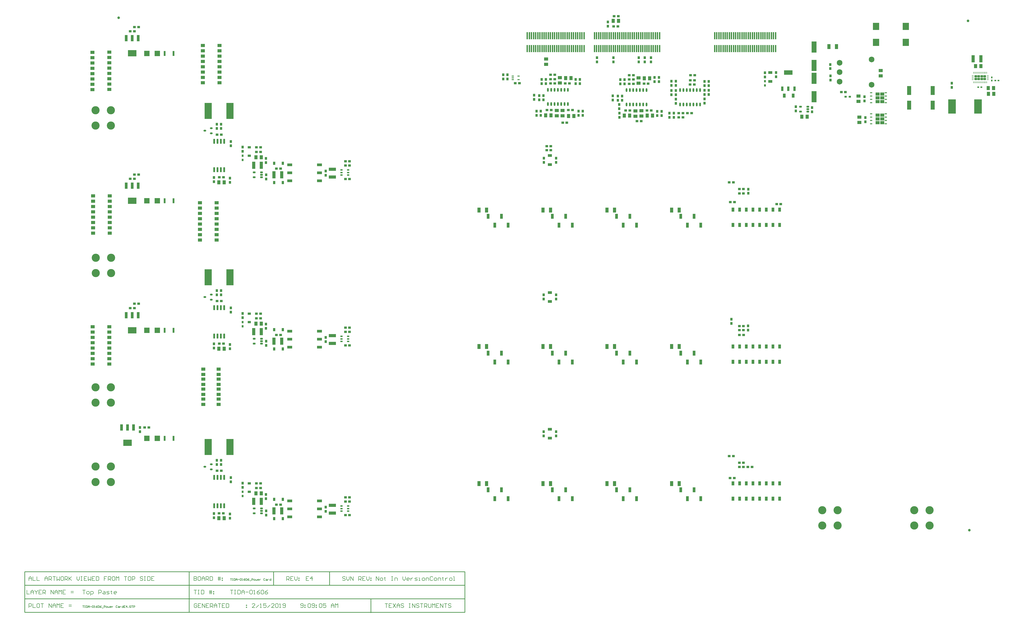
<source format=gtp>
G04*
G04 #@! TF.GenerationSoftware,Altium Limited,Altium Designer,18.1.9 (240)*
G04*
G04 Layer_Color=9021481*
%FSAX25Y25*%
%MOIN*%
G70*
G01*
G75*
%ADD20C,0.01000*%
%ADD24C,0.00600*%
%ADD27C,0.00800*%
%ADD39C,0.12205*%
G04:AMPARAMS|DCode=40|XSize=31.5mil|YSize=37.01mil|CornerRadius=1.89mil|HoleSize=0mil|Usage=FLASHONLY|Rotation=90.000|XOffset=0mil|YOffset=0mil|HoleType=Round|Shape=RoundedRectangle|*
%AMROUNDEDRECTD40*
21,1,0.03150,0.03323,0,0,90.0*
21,1,0.02772,0.03701,0,0,90.0*
1,1,0.00378,0.01661,0.01386*
1,1,0.00378,0.01661,-0.01386*
1,1,0.00378,-0.01661,-0.01386*
1,1,0.00378,-0.01661,0.01386*
%
%ADD40ROUNDEDRECTD40*%
G04:AMPARAMS|DCode=41|XSize=62.21mil|YSize=49.21mil|CornerRadius=1.97mil|HoleSize=0mil|Usage=FLASHONLY|Rotation=180.000|XOffset=0mil|YOffset=0mil|HoleType=Round|Shape=RoundedRectangle|*
%AMROUNDEDRECTD41*
21,1,0.06221,0.04528,0,0,180.0*
21,1,0.05827,0.04921,0,0,180.0*
1,1,0.00394,-0.02913,0.02264*
1,1,0.00394,0.02913,0.02264*
1,1,0.00394,0.02913,-0.02264*
1,1,0.00394,-0.02913,-0.02264*
%
%ADD41ROUNDEDRECTD41*%
%ADD42R,0.07480X0.04488*%
G04:AMPARAMS|DCode=43|XSize=31.5mil|YSize=29.53mil|CornerRadius=1.92mil|HoleSize=0mil|Usage=FLASHONLY|Rotation=90.000|XOffset=0mil|YOffset=0mil|HoleType=Round|Shape=RoundedRectangle|*
%AMROUNDEDRECTD43*
21,1,0.03150,0.02569,0,0,90.0*
21,1,0.02766,0.02953,0,0,90.0*
1,1,0.00384,0.01284,0.01383*
1,1,0.00384,0.01284,-0.01383*
1,1,0.00384,-0.01284,-0.01383*
1,1,0.00384,-0.01284,0.01383*
%
%ADD43ROUNDEDRECTD43*%
%ADD44R,0.11417X0.21260*%
%ADD45R,0.06299X0.13780*%
G04:AMPARAMS|DCode=46|XSize=165.35mil|YSize=74.8mil|CornerRadius=1.87mil|HoleSize=0mil|Usage=FLASHONLY|Rotation=90.000|XOffset=0mil|YOffset=0mil|HoleType=Round|Shape=RoundedRectangle|*
%AMROUNDEDRECTD46*
21,1,0.16535,0.07106,0,0,90.0*
21,1,0.16161,0.07480,0,0,90.0*
1,1,0.00374,0.03553,0.08081*
1,1,0.00374,0.03553,-0.08081*
1,1,0.00374,-0.03553,-0.08081*
1,1,0.00374,-0.03553,0.08081*
%
%ADD46ROUNDEDRECTD46*%
G04:AMPARAMS|DCode=47|XSize=39.37mil|YSize=61.42mil|CornerRadius=1.97mil|HoleSize=0mil|Usage=FLASHONLY|Rotation=0.000|XOffset=0mil|YOffset=0mil|HoleType=Round|Shape=RoundedRectangle|*
%AMROUNDEDRECTD47*
21,1,0.03937,0.05748,0,0,0.0*
21,1,0.03543,0.06142,0,0,0.0*
1,1,0.00394,0.01772,-0.02874*
1,1,0.00394,-0.01772,-0.02874*
1,1,0.00394,-0.01772,0.02874*
1,1,0.00394,0.01772,0.02874*
%
%ADD47ROUNDEDRECTD47*%
G04:AMPARAMS|DCode=48|XSize=39.37mil|YSize=74.8mil|CornerRadius=1.97mil|HoleSize=0mil|Usage=FLASHONLY|Rotation=180.000|XOffset=0mil|YOffset=0mil|HoleType=Round|Shape=RoundedRectangle|*
%AMROUNDEDRECTD48*
21,1,0.03937,0.07087,0,0,180.0*
21,1,0.03543,0.07480,0,0,180.0*
1,1,0.00394,-0.01772,0.03543*
1,1,0.00394,0.01772,0.03543*
1,1,0.00394,0.01772,-0.03543*
1,1,0.00394,-0.01772,-0.03543*
%
%ADD48ROUNDEDRECTD48*%
G04:AMPARAMS|DCode=49|XSize=23.62mil|YSize=39.37mil|CornerRadius=5.91mil|HoleSize=0mil|Usage=FLASHONLY|Rotation=270.000|XOffset=0mil|YOffset=0mil|HoleType=Round|Shape=RoundedRectangle|*
%AMROUNDEDRECTD49*
21,1,0.02362,0.02756,0,0,270.0*
21,1,0.01181,0.03937,0,0,270.0*
1,1,0.01181,-0.01378,-0.00591*
1,1,0.01181,-0.01378,0.00591*
1,1,0.01181,0.01378,0.00591*
1,1,0.01181,0.01378,-0.00591*
%
%ADD49ROUNDEDRECTD49*%
G04:AMPARAMS|DCode=50|XSize=39.37mil|YSize=94.49mil|CornerRadius=1.97mil|HoleSize=0mil|Usage=FLASHONLY|Rotation=0.000|XOffset=0mil|YOffset=0mil|HoleType=Round|Shape=RoundedRectangle|*
%AMROUNDEDRECTD50*
21,1,0.03937,0.09055,0,0,0.0*
21,1,0.03543,0.09449,0,0,0.0*
1,1,0.00394,0.01772,-0.04528*
1,1,0.00394,-0.01772,-0.04528*
1,1,0.00394,-0.01772,0.04528*
1,1,0.00394,0.01772,0.04528*
%
%ADD50ROUNDEDRECTD50*%
G04:AMPARAMS|DCode=51|XSize=129.92mil|YSize=94.49mil|CornerRadius=1.89mil|HoleSize=0mil|Usage=FLASHONLY|Rotation=0.000|XOffset=0mil|YOffset=0mil|HoleType=Round|Shape=RoundedRectangle|*
%AMROUNDEDRECTD51*
21,1,0.12992,0.09071,0,0,0.0*
21,1,0.12614,0.09449,0,0,0.0*
1,1,0.00378,0.06307,-0.04535*
1,1,0.00378,-0.06307,-0.04535*
1,1,0.00378,-0.06307,0.04535*
1,1,0.00378,0.06307,0.04535*
%
%ADD51ROUNDEDRECTD51*%
%ADD52R,0.04803X0.03602*%
%ADD53R,0.07874X0.07874*%
G04:AMPARAMS|DCode=54|XSize=9.84mil|YSize=29.53mil|CornerRadius=1.97mil|HoleSize=0mil|Usage=FLASHONLY|Rotation=180.000|XOffset=0mil|YOffset=0mil|HoleType=Round|Shape=RoundedRectangle|*
%AMROUNDEDRECTD54*
21,1,0.00984,0.02559,0,0,180.0*
21,1,0.00591,0.02953,0,0,180.0*
1,1,0.00394,-0.00295,0.01280*
1,1,0.00394,0.00295,0.01280*
1,1,0.00394,0.00295,-0.01280*
1,1,0.00394,-0.00295,-0.01280*
%
%ADD54ROUNDEDRECTD54*%
G04:AMPARAMS|DCode=55|XSize=9.84mil|YSize=23.62mil|CornerRadius=1.97mil|HoleSize=0mil|Usage=FLASHONLY|Rotation=90.000|XOffset=0mil|YOffset=0mil|HoleType=Round|Shape=RoundedRectangle|*
%AMROUNDEDRECTD55*
21,1,0.00984,0.01968,0,0,90.0*
21,1,0.00591,0.02362,0,0,90.0*
1,1,0.00394,0.00984,0.00295*
1,1,0.00394,0.00984,-0.00295*
1,1,0.00394,-0.00984,-0.00295*
1,1,0.00394,-0.00984,0.00295*
%
%ADD55ROUNDEDRECTD55*%
%ADD56R,0.03000X0.07500*%
%ADD57C,0.03937*%
%ADD58C,0.08504*%
G04:AMPARAMS|DCode=59|XSize=23.62mil|YSize=70.87mil|CornerRadius=2.01mil|HoleSize=0mil|Usage=FLASHONLY|Rotation=0.000|XOffset=0mil|YOffset=0mil|HoleType=Round|Shape=RoundedRectangle|*
%AMROUNDEDRECTD59*
21,1,0.02362,0.06685,0,0,0.0*
21,1,0.01961,0.07087,0,0,0.0*
1,1,0.00402,0.00980,-0.03343*
1,1,0.00402,-0.00980,-0.03343*
1,1,0.00402,-0.00980,0.03343*
1,1,0.00402,0.00980,0.03343*
%
%ADD59ROUNDEDRECTD59*%
G04:AMPARAMS|DCode=60|XSize=31.89mil|YSize=16.14mil|CornerRadius=1.95mil|HoleSize=0mil|Usage=FLASHONLY|Rotation=0.000|XOffset=0mil|YOffset=0mil|HoleType=Round|Shape=RoundedRectangle|*
%AMROUNDEDRECTD60*
21,1,0.03189,0.01225,0,0,0.0*
21,1,0.02800,0.01614,0,0,0.0*
1,1,0.00389,0.01400,-0.00612*
1,1,0.00389,-0.01400,-0.00612*
1,1,0.00389,-0.01400,0.00612*
1,1,0.00389,0.01400,0.00612*
%
%ADD60ROUNDEDRECTD60*%
G04:AMPARAMS|DCode=61|XSize=23.62mil|YSize=39.37mil|CornerRadius=2.01mil|HoleSize=0mil|Usage=FLASHONLY|Rotation=270.000|XOffset=0mil|YOffset=0mil|HoleType=Round|Shape=RoundedRectangle|*
%AMROUNDEDRECTD61*
21,1,0.02362,0.03535,0,0,270.0*
21,1,0.01961,0.03937,0,0,270.0*
1,1,0.00402,-0.01768,-0.00980*
1,1,0.00402,-0.01768,0.00980*
1,1,0.00402,0.01768,0.00980*
1,1,0.00402,0.01768,-0.00980*
%
%ADD61ROUNDEDRECTD61*%
G04:AMPARAMS|DCode=62|XSize=125.98mil|YSize=68.9mil|CornerRadius=2.07mil|HoleSize=0mil|Usage=FLASHONLY|Rotation=180.000|XOffset=0mil|YOffset=0mil|HoleType=Round|Shape=RoundedRectangle|*
%AMROUNDEDRECTD62*
21,1,0.12598,0.06476,0,0,180.0*
21,1,0.12185,0.06890,0,0,180.0*
1,1,0.00413,-0.06093,0.03238*
1,1,0.00413,0.06093,0.03238*
1,1,0.00413,0.06093,-0.03238*
1,1,0.00413,-0.06093,-0.03238*
%
%ADD62ROUNDEDRECTD62*%
G04:AMPARAMS|DCode=63|XSize=35.43mil|YSize=68.9mil|CornerRadius=1.95mil|HoleSize=0mil|Usage=FLASHONLY|Rotation=180.000|XOffset=0mil|YOffset=0mil|HoleType=Round|Shape=RoundedRectangle|*
%AMROUNDEDRECTD63*
21,1,0.03543,0.06500,0,0,180.0*
21,1,0.03154,0.06890,0,0,180.0*
1,1,0.00390,-0.01577,0.03250*
1,1,0.00390,0.01577,0.03250*
1,1,0.00390,0.01577,-0.03250*
1,1,0.00390,-0.01577,-0.03250*
%
%ADD63ROUNDEDRECTD63*%
G04:AMPARAMS|DCode=64|XSize=15.75mil|YSize=33.47mil|CornerRadius=1.97mil|HoleSize=0mil|Usage=FLASHONLY|Rotation=90.000|XOffset=0mil|YOffset=0mil|HoleType=Round|Shape=RoundedRectangle|*
%AMROUNDEDRECTD64*
21,1,0.01575,0.02953,0,0,90.0*
21,1,0.01181,0.03347,0,0,90.0*
1,1,0.00394,0.01476,0.00591*
1,1,0.00394,0.01476,-0.00591*
1,1,0.00394,-0.01476,-0.00591*
1,1,0.00394,-0.01476,0.00591*
%
%ADD64ROUNDEDRECTD64*%
G04:AMPARAMS|DCode=65|XSize=21.65mil|YSize=31.5mil|CornerRadius=1.95mil|HoleSize=0mil|Usage=FLASHONLY|Rotation=90.000|XOffset=0mil|YOffset=0mil|HoleType=Round|Shape=RoundedRectangle|*
%AMROUNDEDRECTD65*
21,1,0.02165,0.02760,0,0,90.0*
21,1,0.01776,0.03150,0,0,90.0*
1,1,0.00390,0.01380,0.00888*
1,1,0.00390,0.01380,-0.00888*
1,1,0.00390,-0.01380,-0.00888*
1,1,0.00390,-0.01380,0.00888*
%
%ADD65ROUNDEDRECTD65*%
%ADD66O,0.02362X0.05709*%
%ADD67R,0.09449X0.11024*%
%ADD68R,0.01968X0.10724*%
%ADD69R,0.10630X0.24410*%
%ADD70R,0.05118X0.10630*%
%ADD71R,0.06299X0.04331*%
%ADD72R,0.05118X0.07284*%
%ADD73R,0.05000X0.06300*%
%ADD74R,0.03740X0.03937*%
%ADD75R,0.03150X0.02362*%
%ADD76R,0.03937X0.03740*%
G04:AMPARAMS|DCode=77|XSize=31.5mil|YSize=29.53mil|CornerRadius=1.92mil|HoleSize=0mil|Usage=FLASHONLY|Rotation=180.000|XOffset=0mil|YOffset=0mil|HoleType=Round|Shape=RoundedRectangle|*
%AMROUNDEDRECTD77*
21,1,0.03150,0.02569,0,0,180.0*
21,1,0.02766,0.02953,0,0,180.0*
1,1,0.00384,-0.01383,0.01284*
1,1,0.00384,0.01383,0.01284*
1,1,0.00384,0.01383,-0.01284*
1,1,0.00384,-0.01383,-0.01284*
%
%ADD77ROUNDEDRECTD77*%
%ADD78R,0.06300X0.05000*%
%ADD79R,0.03602X0.04803*%
%ADD80R,0.10630X0.05118*%
%ADD81R,0.02362X0.03150*%
%ADD82R,0.04331X0.06299*%
G54D20*
X0497200Y0080717D02*
Y0101050D01*
X0413200Y0080717D02*
Y0101050D01*
X0040000Y0080717D02*
X0700200D01*
X0040000Y0060383D02*
X0700000D01*
X0040000Y0040050D02*
X0440500D01*
X0040050Y0101050D02*
X0700200D01*
X0040050Y0040050D02*
Y0101050D01*
Y0040050D02*
X0197600D01*
X0040000D02*
Y0101050D01*
X0286500Y0040050D02*
Y0101050D01*
X0700200Y0040050D02*
Y0101050D01*
X0440500Y0040050D02*
X0700200D01*
X0559400Y0039400D02*
Y0059683D01*
G54D24*
X0126900Y0049966D02*
X0128899D01*
X0127900D01*
Y0046966D01*
X0129899Y0049966D02*
X0130899D01*
X0130399D01*
Y0046966D01*
X0129899D01*
X0130899D01*
X0132398Y0049966D02*
Y0046966D01*
X0133898D01*
X0134398Y0047466D01*
Y0049466D01*
X0133898Y0049966D01*
X0132398D01*
X0135397Y0046966D02*
Y0048966D01*
X0136397Y0049966D01*
X0137397Y0048966D01*
Y0046966D01*
Y0048466D01*
X0135397D01*
X0138396D02*
X0140396D01*
X0141395Y0049466D02*
X0141895Y0049966D01*
X0142895D01*
X0143395Y0049466D01*
Y0047466D01*
X0142895Y0046966D01*
X0141895D01*
X0141395Y0047466D01*
Y0049466D01*
X0144394Y0046966D02*
X0145394D01*
X0144894D01*
Y0049966D01*
X0144394Y0049466D01*
X0148893Y0049966D02*
X0147893Y0049466D01*
X0146894Y0048466D01*
Y0047466D01*
X0147393Y0046966D01*
X0148393D01*
X0148893Y0047466D01*
Y0047966D01*
X0148393Y0048466D01*
X0146894D01*
X0149893Y0049466D02*
X0150392Y0049966D01*
X0151392D01*
X0151892Y0049466D01*
Y0047466D01*
X0151392Y0046966D01*
X0150392D01*
X0149893Y0047466D01*
Y0049466D01*
X0154891Y0049966D02*
X0153891Y0049466D01*
X0152892Y0048466D01*
Y0047466D01*
X0153391Y0046966D01*
X0154391D01*
X0154891Y0047466D01*
Y0047966D01*
X0154391Y0048466D01*
X0152892D01*
X0155891Y0046467D02*
X0157890D01*
X0158890Y0046966D02*
Y0049966D01*
X0160389D01*
X0160889Y0049466D01*
Y0048466D01*
X0160389Y0047966D01*
X0158890D01*
X0162389Y0046966D02*
X0163388D01*
X0163888Y0047466D01*
Y0048466D01*
X0163388Y0048966D01*
X0162389D01*
X0161889Y0048466D01*
Y0047466D01*
X0162389Y0046966D01*
X0164888Y0048966D02*
Y0047466D01*
X0165388Y0046966D01*
X0165887Y0047466D01*
X0166387Y0046966D01*
X0166887Y0047466D01*
Y0048966D01*
X0169386Y0046966D02*
X0168387D01*
X0167887Y0047466D01*
Y0048466D01*
X0168387Y0048966D01*
X0169386D01*
X0169886Y0048466D01*
Y0047966D01*
X0167887D01*
X0170886Y0048966D02*
Y0046966D01*
Y0047966D01*
X0171386Y0048466D01*
X0171885Y0048966D01*
X0172385D01*
X0178883Y0049466D02*
X0178383Y0049966D01*
X0177384D01*
X0176884Y0049466D01*
Y0047466D01*
X0177384Y0046966D01*
X0178383D01*
X0178883Y0047466D01*
X0180383Y0048966D02*
X0181382D01*
X0181882Y0048466D01*
Y0046966D01*
X0180383D01*
X0179883Y0047466D01*
X0180383Y0047966D01*
X0181882D01*
X0182882Y0048966D02*
Y0046966D01*
Y0047966D01*
X0183382Y0048466D01*
X0183882Y0048966D01*
X0184381D01*
X0187880Y0049966D02*
Y0046966D01*
X0186381D01*
X0185881Y0047466D01*
Y0048466D01*
X0186381Y0048966D01*
X0187880D01*
X0190879Y0049966D02*
X0188880D01*
Y0046966D01*
X0190879D01*
X0188880Y0048466D02*
X0189880D01*
X0193378Y0046966D02*
Y0049966D01*
X0191879Y0048466D01*
X0193878D01*
X0194878Y0046966D02*
Y0047466D01*
X0195378D01*
Y0046966D01*
X0194878D01*
X0199376Y0049466D02*
X0198877Y0049966D01*
X0197877D01*
X0197377Y0049466D01*
Y0047466D01*
X0197877Y0046966D01*
X0198877D01*
X0199376Y0047466D01*
Y0048466D01*
X0198377D01*
X0200376Y0049966D02*
X0202376D01*
X0201376D01*
Y0046966D01*
X0203375D02*
Y0049966D01*
X0204875D01*
X0205375Y0049466D01*
Y0048466D01*
X0204875Y0047966D01*
X0203375D01*
X0348550Y0090832D02*
X0350549D01*
X0349550D01*
Y0087833D01*
X0351549Y0090832D02*
X0352549D01*
X0352049D01*
Y0087833D01*
X0351549D01*
X0352549D01*
X0354048Y0090832D02*
Y0087833D01*
X0355548D01*
X0356048Y0088333D01*
Y0090333D01*
X0355548Y0090832D01*
X0354048D01*
X0357047Y0087833D02*
Y0089833D01*
X0358047Y0090832D01*
X0359047Y0089833D01*
Y0087833D01*
Y0089333D01*
X0357047D01*
X0360046D02*
X0362046D01*
X0363045Y0090333D02*
X0363545Y0090832D01*
X0364545D01*
X0365045Y0090333D01*
Y0088333D01*
X0364545Y0087833D01*
X0363545D01*
X0363045Y0088333D01*
Y0090333D01*
X0366044Y0087833D02*
X0367044D01*
X0366544D01*
Y0090832D01*
X0366044Y0090333D01*
X0370543Y0090832D02*
X0369543Y0090333D01*
X0368544Y0089333D01*
Y0088333D01*
X0369043Y0087833D01*
X0370043D01*
X0370543Y0088333D01*
Y0088833D01*
X0370043Y0089333D01*
X0368544D01*
X0371543Y0090333D02*
X0372042Y0090832D01*
X0373042D01*
X0373542Y0090333D01*
Y0088333D01*
X0373042Y0087833D01*
X0372042D01*
X0371543Y0088333D01*
Y0090333D01*
X0376541Y0090832D02*
X0375541Y0090333D01*
X0374542Y0089333D01*
Y0088333D01*
X0375041Y0087833D01*
X0376041D01*
X0376541Y0088333D01*
Y0088833D01*
X0376041Y0089333D01*
X0374542D01*
X0377541Y0087334D02*
X0379540D01*
X0380540Y0087833D02*
Y0090832D01*
X0382039D01*
X0382539Y0090333D01*
Y0089333D01*
X0382039Y0088833D01*
X0380540D01*
X0384038Y0087833D02*
X0385038D01*
X0385538Y0088333D01*
Y0089333D01*
X0385038Y0089833D01*
X0384038D01*
X0383539Y0089333D01*
Y0088333D01*
X0384038Y0087833D01*
X0386538Y0089833D02*
Y0088333D01*
X0387038Y0087833D01*
X0387537Y0088333D01*
X0388037Y0087833D01*
X0388537Y0088333D01*
Y0089833D01*
X0391036Y0087833D02*
X0390037D01*
X0389537Y0088333D01*
Y0089333D01*
X0390037Y0089833D01*
X0391036D01*
X0391536Y0089333D01*
Y0088833D01*
X0389537D01*
X0392536Y0089833D02*
Y0087833D01*
Y0088833D01*
X0393036Y0089333D01*
X0393535Y0089833D01*
X0394035D01*
X0400533Y0090333D02*
X0400033Y0090832D01*
X0399034D01*
X0398534Y0090333D01*
Y0088333D01*
X0399034Y0087833D01*
X0400033D01*
X0400533Y0088333D01*
X0402033Y0089833D02*
X0403032D01*
X0403532Y0089333D01*
Y0087833D01*
X0402033D01*
X0401533Y0088333D01*
X0402033Y0088833D01*
X0403532D01*
X0404532Y0089833D02*
Y0087833D01*
Y0088833D01*
X0405032Y0089333D01*
X0405532Y0089833D01*
X0406031D01*
X0409530Y0090832D02*
Y0087833D01*
X0408031D01*
X0407531Y0088333D01*
Y0089333D01*
X0408031Y0089833D01*
X0409530D01*
G54D27*
X0126900Y0073549D02*
X0130899D01*
X0128899D01*
Y0067551D01*
X0133898D02*
X0135897D01*
X0136897Y0068550D01*
Y0070550D01*
X0135897Y0071549D01*
X0133898D01*
X0132898Y0070550D01*
Y0068550D01*
X0133898Y0067551D01*
X0138896Y0065551D02*
Y0071549D01*
X0141895D01*
X0142895Y0070550D01*
Y0068550D01*
X0141895Y0067551D01*
X0138896D01*
X0150892D02*
Y0073549D01*
X0153891D01*
X0154891Y0072549D01*
Y0070550D01*
X0153891Y0069550D01*
X0150892D01*
X0157890Y0071549D02*
X0159889D01*
X0160889Y0070550D01*
Y0067551D01*
X0157890D01*
X0156890Y0068550D01*
X0157890Y0069550D01*
X0160889D01*
X0162888Y0067551D02*
X0165887D01*
X0166887Y0068550D01*
X0165887Y0069550D01*
X0163888D01*
X0162888Y0070550D01*
X0163888Y0071549D01*
X0166887D01*
X0169886Y0072549D02*
Y0071549D01*
X0168886D01*
X0170886D01*
X0169886D01*
Y0068550D01*
X0170886Y0067551D01*
X0176884D02*
X0174884D01*
X0173885Y0068550D01*
Y0070550D01*
X0174884Y0071549D01*
X0176884D01*
X0177884Y0070550D01*
Y0069550D01*
X0173885D01*
X0043250Y0073349D02*
Y0067351D01*
X0047249D01*
X0049248D02*
Y0071349D01*
X0051247Y0073349D01*
X0053247Y0071349D01*
Y0067351D01*
Y0070350D01*
X0049248D01*
X0055246Y0073349D02*
Y0072349D01*
X0057245Y0070350D01*
X0059245Y0072349D01*
Y0073349D01*
X0057245Y0070350D02*
Y0067351D01*
X0065243Y0073349D02*
X0061244D01*
Y0067351D01*
X0065243D01*
X0061244Y0070350D02*
X0063244D01*
X0067242Y0067351D02*
Y0073349D01*
X0070241D01*
X0071241Y0072349D01*
Y0070350D01*
X0070241Y0069350D01*
X0067242D01*
X0069242D02*
X0071241Y0067351D01*
X0079238D02*
Y0073349D01*
X0083237Y0067351D01*
Y0073349D01*
X0085236Y0067351D02*
Y0071349D01*
X0087236Y0073349D01*
X0089235Y0071349D01*
Y0067351D01*
Y0070350D01*
X0085236D01*
X0091234Y0067351D02*
Y0073349D01*
X0093234Y0071349D01*
X0095233Y0073349D01*
Y0067351D01*
X0101231Y0073349D02*
X0097233D01*
Y0067351D01*
X0101231D01*
X0097233Y0070350D02*
X0099232D01*
X0109229Y0069350D02*
X0113227D01*
X0109229Y0071349D02*
X0113227D01*
X0567400Y0087833D02*
Y0093831D01*
X0571399Y0087833D01*
Y0093831D01*
X0574398Y0087833D02*
X0576397D01*
X0577397Y0088833D01*
Y0090832D01*
X0576397Y0091832D01*
X0574398D01*
X0573398Y0090832D01*
Y0088833D01*
X0574398Y0087833D01*
X0580396Y0092832D02*
Y0091832D01*
X0579396D01*
X0581395D01*
X0580396D01*
Y0088833D01*
X0581395Y0087833D01*
X0590393Y0093831D02*
X0592392D01*
X0591392D01*
Y0087833D01*
X0590393D01*
X0592392D01*
X0595391D02*
Y0091832D01*
X0598390D01*
X0599390Y0090832D01*
Y0087833D01*
X0607387Y0093831D02*
Y0089833D01*
X0609386Y0087833D01*
X0611386Y0089833D01*
Y0093831D01*
X0616384Y0087833D02*
X0614385D01*
X0613385Y0088833D01*
Y0090832D01*
X0614385Y0091832D01*
X0616384D01*
X0617384Y0090832D01*
Y0089833D01*
X0613385D01*
X0619383Y0091832D02*
Y0087833D01*
Y0089833D01*
X0620383Y0090832D01*
X0621383Y0091832D01*
X0622382D01*
X0625381Y0087833D02*
X0628380D01*
X0629380Y0088833D01*
X0628380Y0089833D01*
X0626381D01*
X0625381Y0090832D01*
X0626381Y0091832D01*
X0629380D01*
X0631379Y0087833D02*
X0633379D01*
X0632379D01*
Y0091832D01*
X0631379D01*
X0637377Y0087833D02*
X0639377D01*
X0640376Y0088833D01*
Y0090832D01*
X0639377Y0091832D01*
X0637377D01*
X0636378Y0090832D01*
Y0088833D01*
X0637377Y0087833D01*
X0642376D02*
Y0091832D01*
X0645375D01*
X0646374Y0090832D01*
Y0087833D01*
X0652373Y0092832D02*
X0651373Y0093831D01*
X0649373D01*
X0648374Y0092832D01*
Y0088833D01*
X0649373Y0087833D01*
X0651373D01*
X0652373Y0088833D01*
X0655372Y0087833D02*
X0657371D01*
X0658371Y0088833D01*
Y0090832D01*
X0657371Y0091832D01*
X0655372D01*
X0654372Y0090832D01*
Y0088833D01*
X0655372Y0087833D01*
X0660370D02*
Y0091832D01*
X0663369D01*
X0664369Y0090832D01*
Y0087833D01*
X0667368Y0092832D02*
Y0091832D01*
X0666368D01*
X0668367D01*
X0667368D01*
Y0088833D01*
X0668367Y0087833D01*
X0671366Y0091832D02*
Y0087833D01*
Y0089833D01*
X0672366Y0090832D01*
X0673366Y0091832D01*
X0674365D01*
X0678364Y0087833D02*
X0680364D01*
X0681363Y0088833D01*
Y0090832D01*
X0680364Y0091832D01*
X0678364D01*
X0677364Y0090832D01*
Y0088833D01*
X0678364Y0087833D01*
X0683362D02*
X0685362D01*
X0684362D01*
Y0093831D01*
X0683362D01*
X0520799Y0092832D02*
X0519799Y0093831D01*
X0517800D01*
X0516800Y0092832D01*
Y0091832D01*
X0517800Y0090832D01*
X0519799D01*
X0520799Y0089833D01*
Y0088833D01*
X0519799Y0087833D01*
X0517800D01*
X0516800Y0088833D01*
X0522798Y0093831D02*
Y0089833D01*
X0524797Y0087833D01*
X0526797Y0089833D01*
Y0093831D01*
X0528796Y0087833D02*
Y0093831D01*
X0532795Y0087833D01*
Y0093831D01*
X0540792Y0087833D02*
Y0093831D01*
X0543791D01*
X0544791Y0092832D01*
Y0090832D01*
X0543791Y0089833D01*
X0540792D01*
X0542792D02*
X0544791Y0087833D01*
X0550789Y0093831D02*
X0546790D01*
Y0087833D01*
X0550789D01*
X0546790Y0090832D02*
X0548790D01*
X0552788Y0093831D02*
Y0089833D01*
X0554788Y0087833D01*
X0556787Y0089833D01*
Y0093831D01*
X0558786Y0091832D02*
X0559786D01*
Y0090832D01*
X0558786D01*
Y0091832D01*
Y0088833D02*
X0559786D01*
Y0087833D01*
X0558786D01*
Y0088833D01*
X0433000Y0087833D02*
Y0093831D01*
X0435999D01*
X0436999Y0092832D01*
Y0090832D01*
X0435999Y0089833D01*
X0433000D01*
X0434999D02*
X0436999Y0087833D01*
X0442997Y0093831D02*
X0438998D01*
Y0087833D01*
X0442997D01*
X0438998Y0090832D02*
X0440997D01*
X0444996Y0093831D02*
Y0089833D01*
X0446995Y0087833D01*
X0448995Y0089833D01*
Y0093831D01*
X0450994Y0091832D02*
X0451994D01*
Y0090832D01*
X0450994D01*
Y0091832D01*
Y0088833D02*
X0451994D01*
Y0087833D01*
X0450994D01*
Y0088833D01*
X0385149Y0046966D02*
X0381150D01*
X0385149Y0050965D01*
Y0051965D01*
X0384149Y0052965D01*
X0382150D01*
X0381150Y0051965D01*
X0387148Y0046966D02*
X0391147Y0050965D01*
X0393146Y0046966D02*
X0395146D01*
X0394146D01*
Y0052965D01*
X0393146Y0051965D01*
X0402143Y0052965D02*
X0398145D01*
Y0049966D01*
X0400144Y0050965D01*
X0401144D01*
X0402143Y0049966D01*
Y0047966D01*
X0401144Y0046966D01*
X0399144D01*
X0398145Y0047966D01*
X0404143Y0046966D02*
X0408141Y0050965D01*
X0414139Y0046966D02*
X0410141D01*
X0414139Y0050965D01*
Y0051965D01*
X0413140Y0052965D01*
X0411140D01*
X0410141Y0051965D01*
X0416139D02*
X0417138Y0052965D01*
X0419138D01*
X0420137Y0051965D01*
Y0047966D01*
X0419138Y0046966D01*
X0417138D01*
X0416139Y0047966D01*
Y0051965D01*
X0422137Y0046966D02*
X0424136D01*
X0423136D01*
Y0052965D01*
X0422137Y0051965D01*
X0427135Y0047966D02*
X0428135Y0046966D01*
X0430134D01*
X0431134Y0047966D01*
Y0051965D01*
X0430134Y0052965D01*
X0428135D01*
X0427135Y0051965D01*
Y0050965D01*
X0428135Y0049966D01*
X0431134D01*
X0298199Y0051965D02*
X0297199Y0052965D01*
X0295200D01*
X0294200Y0051965D01*
Y0047966D01*
X0295200Y0046966D01*
X0297199D01*
X0298199Y0047966D01*
Y0049966D01*
X0296199D01*
X0304197Y0052965D02*
X0300198D01*
Y0046966D01*
X0304197D01*
X0300198Y0049966D02*
X0302197D01*
X0306196Y0046966D02*
Y0052965D01*
X0310195Y0046966D01*
Y0052965D01*
X0316193D02*
X0312194D01*
Y0046966D01*
X0316193D01*
X0312194Y0049966D02*
X0314194D01*
X0318192Y0046966D02*
Y0052965D01*
X0321191D01*
X0322191Y0051965D01*
Y0049966D01*
X0321191Y0048966D01*
X0318192D01*
X0320192D02*
X0322191Y0046966D01*
X0324190D02*
Y0050965D01*
X0326190Y0052965D01*
X0328189Y0050965D01*
Y0046966D01*
Y0049966D01*
X0324190D01*
X0330188Y0052965D02*
X0334187D01*
X0332188D01*
Y0046966D01*
X0340185Y0052965D02*
X0336186D01*
Y0046966D01*
X0340185D01*
X0336186Y0049966D02*
X0338186D01*
X0342184Y0052965D02*
Y0046966D01*
X0345183D01*
X0346183Y0047966D01*
Y0051965D01*
X0345183Y0052965D01*
X0342184D01*
X0372175Y0050965D02*
X0373175D01*
Y0049966D01*
X0372175D01*
Y0050965D01*
Y0047966D02*
X0373175D01*
Y0046966D01*
X0372175D01*
Y0047966D01*
X0046350Y0087833D02*
Y0091832D01*
X0048349Y0093831D01*
X0050349Y0091832D01*
Y0087833D01*
Y0090832D01*
X0046350D01*
X0052348Y0093831D02*
Y0087833D01*
X0056347D01*
X0058346Y0093831D02*
Y0087833D01*
X0062345D01*
X0070342D02*
Y0091832D01*
X0072342Y0093831D01*
X0074341Y0091832D01*
Y0087833D01*
Y0090832D01*
X0070342D01*
X0076340Y0087833D02*
Y0093831D01*
X0079339D01*
X0080339Y0092832D01*
Y0090832D01*
X0079339Y0089833D01*
X0076340D01*
X0078340D02*
X0080339Y0087833D01*
X0082338Y0093831D02*
X0086337D01*
X0084338D01*
Y0087833D01*
X0088336Y0093831D02*
Y0087833D01*
X0090336Y0089833D01*
X0092335Y0087833D01*
Y0093831D01*
X0097334D02*
X0095334D01*
X0094335Y0092832D01*
Y0088833D01*
X0095334Y0087833D01*
X0097334D01*
X0098333Y0088833D01*
Y0092832D01*
X0097334Y0093831D01*
X0100332Y0087833D02*
Y0093831D01*
X0103332D01*
X0104331Y0092832D01*
Y0090832D01*
X0103332Y0089833D01*
X0100332D01*
X0102332D02*
X0104331Y0087833D01*
X0106331Y0093831D02*
Y0087833D01*
Y0089833D01*
X0110329Y0093831D01*
X0107330Y0090832D01*
X0110329Y0087833D01*
X0118327Y0093831D02*
Y0089833D01*
X0120326Y0087833D01*
X0122325Y0089833D01*
Y0093831D01*
X0124325D02*
X0126324D01*
X0125324D01*
Y0087833D01*
X0124325D01*
X0126324D01*
X0133322Y0093831D02*
X0129323D01*
Y0087833D01*
X0133322D01*
X0129323Y0090832D02*
X0131323D01*
X0135321Y0093831D02*
Y0087833D01*
X0137321Y0089833D01*
X0139320Y0087833D01*
Y0093831D01*
X0145318D02*
X0141319D01*
Y0087833D01*
X0145318D01*
X0141319Y0090832D02*
X0143319D01*
X0147317Y0093831D02*
Y0087833D01*
X0150316D01*
X0151316Y0088833D01*
Y0092832D01*
X0150316Y0093831D01*
X0147317D01*
X0163312D02*
X0159313D01*
Y0090832D01*
X0161313D01*
X0159313D01*
Y0087833D01*
X0165312D02*
Y0093831D01*
X0168310D01*
X0169310Y0092832D01*
Y0090832D01*
X0168310Y0089833D01*
X0165312D01*
X0167311D02*
X0169310Y0087833D01*
X0174309Y0093831D02*
X0172309D01*
X0171310Y0092832D01*
Y0088833D01*
X0172309Y0087833D01*
X0174309D01*
X0175308Y0088833D01*
Y0092832D01*
X0174309Y0093831D01*
X0177308Y0087833D02*
Y0093831D01*
X0179307Y0091832D01*
X0181306Y0093831D01*
Y0087833D01*
X0189304Y0093831D02*
X0193303D01*
X0191303D01*
Y0087833D01*
X0198301Y0093831D02*
X0196301D01*
X0195302Y0092832D01*
Y0088833D01*
X0196301Y0087833D01*
X0198301D01*
X0199301Y0088833D01*
Y0092832D01*
X0198301Y0093831D01*
X0201300Y0087833D02*
Y0093831D01*
X0204299D01*
X0205299Y0092832D01*
Y0090832D01*
X0204299Y0089833D01*
X0201300D01*
X0217295Y0092832D02*
X0216295Y0093831D01*
X0214296D01*
X0213296Y0092832D01*
Y0091832D01*
X0214296Y0090832D01*
X0216295D01*
X0217295Y0089833D01*
Y0088833D01*
X0216295Y0087833D01*
X0214296D01*
X0213296Y0088833D01*
X0219294Y0093831D02*
X0221293D01*
X0220294D01*
Y0087833D01*
X0219294D01*
X0221293D01*
X0224292Y0093831D02*
Y0087833D01*
X0227291D01*
X0228291Y0088833D01*
Y0092832D01*
X0227291Y0093831D01*
X0224292D01*
X0234289D02*
X0230291D01*
Y0087833D01*
X0234289D01*
X0230291Y0090832D02*
X0232290D01*
X0466149Y0093831D02*
X0462150D01*
Y0087833D01*
X0466149D01*
X0462150Y0090832D02*
X0464149D01*
X0471147Y0087833D02*
Y0093831D01*
X0468148Y0090832D01*
X0472147D01*
X0294000Y0093831D02*
Y0087833D01*
X0296999D01*
X0297999Y0088833D01*
Y0089833D01*
X0296999Y0090832D01*
X0294000D01*
X0296999D01*
X0297999Y0091832D01*
Y0092832D01*
X0296999Y0093831D01*
X0294000D01*
X0302997D02*
X0300998D01*
X0299998Y0092832D01*
Y0088833D01*
X0300998Y0087833D01*
X0302997D01*
X0303997Y0088833D01*
Y0092832D01*
X0302997Y0093831D01*
X0305996Y0087833D02*
Y0091832D01*
X0307996Y0093831D01*
X0309995Y0091832D01*
Y0087833D01*
Y0090832D01*
X0305996D01*
X0311994Y0087833D02*
Y0093831D01*
X0314993D01*
X0315993Y0092832D01*
Y0090832D01*
X0314993Y0089833D01*
X0311994D01*
X0313994D02*
X0315993Y0087833D01*
X0317992Y0093831D02*
Y0087833D01*
X0320991D01*
X0321991Y0088833D01*
Y0092832D01*
X0320991Y0093831D01*
X0317992D01*
X0330988Y0087833D02*
Y0093831D01*
X0332987D02*
Y0087833D01*
X0329988Y0091832D02*
X0332987D01*
X0333987D01*
X0329988Y0089833D02*
X0333987D01*
X0335986Y0091832D02*
X0336986D01*
Y0090832D01*
X0335986D01*
Y0091832D01*
Y0088833D02*
X0336986D01*
Y0087833D01*
X0335986D01*
Y0088833D01*
X0046350Y0046966D02*
Y0052965D01*
X0049349D01*
X0050349Y0051965D01*
Y0049966D01*
X0049349Y0048966D01*
X0046350D01*
X0052348Y0052965D02*
Y0046966D01*
X0056347D01*
X0061345Y0052965D02*
X0059346D01*
X0058346Y0051965D01*
Y0047966D01*
X0059346Y0046966D01*
X0061345D01*
X0062345Y0047966D01*
Y0051965D01*
X0061345Y0052965D01*
X0064344D02*
X0068343D01*
X0066343D01*
Y0046966D01*
X0076340D02*
Y0052965D01*
X0080339Y0046966D01*
Y0052965D01*
X0082338Y0046966D02*
Y0050965D01*
X0084338Y0052965D01*
X0086337Y0050965D01*
Y0046966D01*
Y0049966D01*
X0082338D01*
X0088336Y0046966D02*
Y0052965D01*
X0090336Y0050965D01*
X0092335Y0052965D01*
Y0046966D01*
X0098333Y0052965D02*
X0094335D01*
Y0046966D01*
X0098333D01*
X0094335Y0049966D02*
X0096334D01*
X0106331Y0048966D02*
X0110329D01*
X0106331Y0050965D02*
X0110329D01*
X0454050Y0047966D02*
X0455050Y0046966D01*
X0457049D01*
X0458049Y0047966D01*
Y0051965D01*
X0457049Y0052965D01*
X0455050D01*
X0454050Y0051965D01*
Y0050965D01*
X0455050Y0049966D01*
X0458049D01*
X0460048Y0050965D02*
X0461048D01*
Y0049966D01*
X0460048D01*
Y0050965D01*
Y0047966D02*
X0461048D01*
Y0046966D01*
X0460048D01*
Y0047966D01*
X0465046Y0051965D02*
X0466046Y0052965D01*
X0468046D01*
X0469045Y0051965D01*
Y0047966D01*
X0468046Y0046966D01*
X0466046D01*
X0465046Y0047966D01*
Y0051965D01*
X0471044Y0047966D02*
X0472044Y0046966D01*
X0474044D01*
X0475043Y0047966D01*
Y0051965D01*
X0474044Y0052965D01*
X0472044D01*
X0471044Y0051965D01*
Y0050965D01*
X0472044Y0049966D01*
X0475043D01*
X0477043Y0050965D02*
X0478042D01*
Y0049966D01*
X0477043D01*
Y0050965D01*
Y0047966D02*
X0478042D01*
Y0046966D01*
X0477043D01*
Y0047966D01*
X0482041Y0051965D02*
X0483041Y0052965D01*
X0485040D01*
X0486040Y0051965D01*
Y0047966D01*
X0485040Y0046966D01*
X0483041D01*
X0482041Y0047966D01*
Y0051965D01*
X0492038Y0052965D02*
X0488039D01*
Y0049966D01*
X0490038Y0050965D01*
X0491038D01*
X0492038Y0049966D01*
Y0047966D01*
X0491038Y0046966D01*
X0489039D01*
X0488039Y0047966D01*
X0500035Y0046966D02*
Y0050965D01*
X0502035Y0052965D01*
X0504034Y0050965D01*
Y0046966D01*
Y0049966D01*
X0500035D01*
X0506033Y0046966D02*
Y0052965D01*
X0508033Y0050965D01*
X0510032Y0052965D01*
Y0046966D01*
X0580500Y0052965D02*
X0584499D01*
X0582499D01*
Y0046966D01*
X0590497Y0052965D02*
X0586498D01*
Y0046966D01*
X0590497D01*
X0586498Y0049966D02*
X0588497D01*
X0592496Y0052965D02*
X0596495Y0046966D01*
Y0052965D02*
X0592496Y0046966D01*
X0598494D02*
Y0050965D01*
X0600493Y0052965D01*
X0602493Y0050965D01*
Y0046966D01*
Y0049966D01*
X0598494D01*
X0608491Y0051965D02*
X0607491Y0052965D01*
X0605492D01*
X0604492Y0051965D01*
Y0050965D01*
X0605492Y0049966D01*
X0607491D01*
X0608491Y0048966D01*
Y0047966D01*
X0607491Y0046966D01*
X0605492D01*
X0604492Y0047966D01*
X0616488Y0052965D02*
X0618488D01*
X0617488D01*
Y0046966D01*
X0616488D01*
X0618488D01*
X0621487D02*
Y0052965D01*
X0625486Y0046966D01*
Y0052965D01*
X0631484Y0051965D02*
X0630484Y0052965D01*
X0628484D01*
X0627485Y0051965D01*
Y0050965D01*
X0628484Y0049966D01*
X0630484D01*
X0631484Y0048966D01*
Y0047966D01*
X0630484Y0046966D01*
X0628484D01*
X0627485Y0047966D01*
X0633483Y0052965D02*
X0637482D01*
X0635482D01*
Y0046966D01*
X0639481D02*
Y0052965D01*
X0642480D01*
X0643480Y0051965D01*
Y0049966D01*
X0642480Y0048966D01*
X0639481D01*
X0641480D02*
X0643480Y0046966D01*
X0645479Y0052965D02*
Y0047966D01*
X0646479Y0046966D01*
X0648478D01*
X0649478Y0047966D01*
Y0052965D01*
X0651477Y0046966D02*
Y0052965D01*
X0653476Y0050965D01*
X0655476Y0052965D01*
Y0046966D01*
X0661474Y0052965D02*
X0657475D01*
Y0046966D01*
X0661474D01*
X0657475Y0049966D02*
X0659474D01*
X0663473Y0046966D02*
Y0052965D01*
X0667472Y0046966D01*
Y0052965D01*
X0669471D02*
X0673470D01*
X0671471D01*
Y0046966D01*
X0679468Y0051965D02*
X0678468Y0052965D01*
X0676469D01*
X0675469Y0051965D01*
Y0050965D01*
X0676469Y0049966D01*
X0678468D01*
X0679468Y0048966D01*
Y0047966D01*
X0678468Y0046966D01*
X0676469D01*
X0675469Y0047966D01*
X0294000Y0073498D02*
X0297999D01*
X0295999D01*
Y0067500D01*
X0299998Y0073498D02*
X0301997D01*
X0300998D01*
Y0067500D01*
X0299998D01*
X0301997D01*
X0304996Y0073498D02*
Y0067500D01*
X0307996D01*
X0308995Y0068500D01*
Y0072498D01*
X0307996Y0073498D01*
X0304996D01*
X0317992Y0067500D02*
Y0073498D01*
X0319992D02*
Y0067500D01*
X0316993Y0071499D02*
X0319992D01*
X0320991D01*
X0316993Y0069499D02*
X0320991D01*
X0322991Y0071499D02*
X0323990D01*
Y0070499D01*
X0322991D01*
Y0071499D01*
Y0068500D02*
X0323990D01*
Y0067500D01*
X0322991D01*
Y0068500D01*
X0348550Y0073498D02*
X0352549D01*
X0350549D01*
Y0067500D01*
X0354548Y0073498D02*
X0356547D01*
X0355548D01*
Y0067500D01*
X0354548D01*
X0356547D01*
X0359546Y0073498D02*
Y0067500D01*
X0362545D01*
X0363545Y0068500D01*
Y0072498D01*
X0362545Y0073498D01*
X0359546D01*
X0365545Y0067500D02*
Y0071499D01*
X0367544Y0073498D01*
X0369543Y0071499D01*
Y0067500D01*
Y0070499D01*
X0365545D01*
X0371543D02*
X0375541D01*
X0377541Y0072498D02*
X0378540Y0073498D01*
X0380540D01*
X0381539Y0072498D01*
Y0068500D01*
X0380540Y0067500D01*
X0378540D01*
X0377541Y0068500D01*
Y0072498D01*
X0383539Y0067500D02*
X0385538D01*
X0384538D01*
Y0073498D01*
X0383539Y0072498D01*
X0392536Y0073498D02*
X0390536Y0072498D01*
X0388537Y0070499D01*
Y0068500D01*
X0389537Y0067500D01*
X0391536D01*
X0392536Y0068500D01*
Y0069499D01*
X0391536Y0070499D01*
X0388537D01*
X0394535Y0072498D02*
X0395535Y0073498D01*
X0397534D01*
X0398534Y0072498D01*
Y0068500D01*
X0397534Y0067500D01*
X0395535D01*
X0394535Y0068500D01*
Y0072498D01*
X0404532Y0073498D02*
X0402532Y0072498D01*
X0400533Y0070499D01*
Y0068500D01*
X0401533Y0067500D01*
X0403532D01*
X0404532Y0068500D01*
Y0069499D01*
X0403532Y0070499D01*
X0400533D01*
G54D39*
X0146100Y0794456D02*
D03*
X0169211D02*
D03*
Y0771345D02*
D03*
X0146100D02*
D03*
X0169210Y0258956D02*
D03*
Y0235846D02*
D03*
X0146100D02*
D03*
Y0258956D02*
D03*
X0169710Y0572856D02*
D03*
Y0549746D02*
D03*
X0146600D02*
D03*
Y0572856D02*
D03*
X0169211Y0378156D02*
D03*
Y0355045D02*
D03*
X0146100D02*
D03*
Y0378156D02*
D03*
X1236600Y0193555D02*
D03*
X1259710D02*
D03*
Y0170445D02*
D03*
X1236600D02*
D03*
X1374555Y0193510D02*
D03*
X1397665D02*
D03*
Y0170400D02*
D03*
X1374555D02*
D03*
G54D40*
X1475762Y0845483D02*
D03*
Y0841546D02*
D03*
X1480250D02*
D03*
Y0845483D02*
D03*
X1466786D02*
D03*
Y0841546D02*
D03*
X1471274D02*
D03*
Y0845483D02*
D03*
G54D41*
X1326567Y0807466D02*
D03*
X1319559D02*
D03*
Y0818884D02*
D03*
X1326567D02*
D03*
Y0813175D02*
D03*
X1319559D02*
D03*
X1326491Y0775791D02*
D03*
X1319483D02*
D03*
Y0787209D02*
D03*
X1326491D02*
D03*
Y0781500D02*
D03*
X1319483D02*
D03*
G54D42*
X0437591Y0183492D02*
D03*
Y0195500D02*
D03*
Y0207508D02*
D03*
X0482119D02*
D03*
Y0195500D02*
D03*
Y0183492D02*
D03*
X0437591Y0688492D02*
D03*
Y0700500D02*
D03*
Y0712508D02*
D03*
X0482119D02*
D03*
Y0700500D02*
D03*
Y0688492D02*
D03*
X0437591Y0438492D02*
D03*
Y0450500D02*
D03*
Y0462508D02*
D03*
X0482119D02*
D03*
Y0450500D02*
D03*
Y0438492D02*
D03*
G54D43*
X0366755Y0214884D02*
D03*
Y0221183D02*
D03*
X1150655Y0831750D02*
D03*
Y0838050D02*
D03*
X0366755Y0719884D02*
D03*
Y0726183D02*
D03*
Y0469884D02*
D03*
Y0476183D02*
D03*
G54D44*
X1431285Y0800200D02*
D03*
X1470261D02*
D03*
G54D45*
X1402355Y0824024D02*
D03*
Y0801976D02*
D03*
X1367055Y0824124D02*
D03*
Y0802076D02*
D03*
G54D46*
X1224225Y0842379D02*
D03*
Y0814820D02*
D03*
X1224225Y0861820D02*
D03*
Y0889380D02*
D03*
G54D47*
X1102548Y0644943D02*
D03*
Y0622069D02*
D03*
X1112548Y0644943D02*
D03*
X1122548D02*
D03*
X1132548D02*
D03*
X1142548D02*
D03*
X1152548D02*
D03*
X1162548D02*
D03*
X1172548D02*
D03*
Y0622069D02*
D03*
X1162548D02*
D03*
X1152548D02*
D03*
X1142548D02*
D03*
X1132548D02*
D03*
X1122548D02*
D03*
X1112548D02*
D03*
Y0416462D02*
D03*
X1122548D02*
D03*
X1132548D02*
D03*
X1142548D02*
D03*
X1152548D02*
D03*
X1162548D02*
D03*
X1172548D02*
D03*
Y0439336D02*
D03*
X1162548D02*
D03*
X1152548D02*
D03*
X1142548D02*
D03*
X1132548D02*
D03*
X1122548D02*
D03*
X1112548D02*
D03*
X1102548Y0416462D02*
D03*
Y0439336D02*
D03*
X1112548Y0210856D02*
D03*
X1122548D02*
D03*
X1132548D02*
D03*
X1142548D02*
D03*
X1152548D02*
D03*
X1162548D02*
D03*
X1172548D02*
D03*
Y0233730D02*
D03*
X1162548D02*
D03*
X1152548D02*
D03*
X1142548D02*
D03*
X1132548D02*
D03*
X1122548D02*
D03*
X1112548D02*
D03*
X1102548Y0210856D02*
D03*
Y0233730D02*
D03*
G54D48*
X1054359Y0621813D02*
D03*
X1044359Y0635198D02*
D03*
X1034359Y0621813D02*
D03*
X1024359Y0635198D02*
D03*
Y0429592D02*
D03*
X1034359Y0416206D02*
D03*
X1044359Y0429592D02*
D03*
X1054359Y0416206D02*
D03*
X0927981Y0429592D02*
D03*
X0937981Y0416206D02*
D03*
X0947981Y0429592D02*
D03*
X0957981Y0416206D02*
D03*
X1024359Y0223986D02*
D03*
X1034359Y0210600D02*
D03*
X1044359Y0223986D02*
D03*
X1054359Y0210600D02*
D03*
X0927981Y0223986D02*
D03*
X0937981Y0210600D02*
D03*
X0947981Y0223986D02*
D03*
X0957981Y0210600D02*
D03*
X0735225Y0635198D02*
D03*
X0745225Y0621813D02*
D03*
X0755225Y0635198D02*
D03*
X0765225Y0621813D02*
D03*
X0735225Y0429592D02*
D03*
X0745225Y0416206D02*
D03*
X0755225Y0429592D02*
D03*
X0765225Y0416206D02*
D03*
X0831603Y0429592D02*
D03*
X0841603Y0416206D02*
D03*
X0851603Y0429592D02*
D03*
X0861603Y0416206D02*
D03*
X0831603Y0635198D02*
D03*
X0841603Y0621813D02*
D03*
X0851603Y0635198D02*
D03*
X0861603Y0621813D02*
D03*
X0831603Y0223986D02*
D03*
X0841603Y0210600D02*
D03*
X0851603Y0223986D02*
D03*
X0861603Y0210600D02*
D03*
X0735225Y0223986D02*
D03*
X0745225Y0210600D02*
D03*
X0755225Y0223986D02*
D03*
X0765225Y0210600D02*
D03*
X0957981Y0621813D02*
D03*
X0947981Y0635198D02*
D03*
X0937981Y0621813D02*
D03*
X0927981Y0635198D02*
D03*
G54D49*
X0319779Y0759860D02*
D03*
Y0767340D02*
D03*
X0310331Y0763600D02*
D03*
X0319779Y0254860D02*
D03*
Y0262340D02*
D03*
X0310331Y0258600D02*
D03*
X0319779Y0509860D02*
D03*
Y0517340D02*
D03*
X0310331Y0513600D02*
D03*
G54D50*
X0210410Y0486517D02*
D03*
X0201355D02*
D03*
X0192300D02*
D03*
X0203410Y0317717D02*
D03*
X0194355D02*
D03*
X0185300D02*
D03*
X0210410Y0902817D02*
D03*
X0201355D02*
D03*
X0192300D02*
D03*
X0210410Y0681117D02*
D03*
X0201355D02*
D03*
X0192300D02*
D03*
G54D51*
X0201355Y0463683D02*
D03*
X0194355Y0294883D02*
D03*
X0201355Y0879983D02*
D03*
Y0658283D02*
D03*
G54D52*
X0376755Y0220953D02*
D03*
Y0233847D02*
D03*
Y0725953D02*
D03*
Y0738847D02*
D03*
Y0475953D02*
D03*
Y0488847D02*
D03*
G54D53*
X0223181Y0463600D02*
D03*
X0238929D02*
D03*
X0223181Y0301400D02*
D03*
X0238929D02*
D03*
X0223181Y0879900D02*
D03*
X0238929D02*
D03*
X0223181Y0658300D02*
D03*
X0238929D02*
D03*
G54D54*
X1463676Y0836330D02*
D03*
X1465644D02*
D03*
X1467613D02*
D03*
X1469581D02*
D03*
X1471550D02*
D03*
X1473518D02*
D03*
X1475487D02*
D03*
X1477455D02*
D03*
X1479424D02*
D03*
X1481392D02*
D03*
X1483361D02*
D03*
Y0850700D02*
D03*
X1481392D02*
D03*
X1479424D02*
D03*
X1477455D02*
D03*
X1475487D02*
D03*
X1473518D02*
D03*
X1471550D02*
D03*
X1469581D02*
D03*
X1467613D02*
D03*
X1465644D02*
D03*
X1463676D02*
D03*
G54D55*
X1484935Y0840562D02*
D03*
Y0842531D02*
D03*
Y0844499D02*
D03*
Y0846468D02*
D03*
X1462101D02*
D03*
Y0844499D02*
D03*
Y0842531D02*
D03*
Y0840562D02*
D03*
G54D56*
X0263355Y0463600D02*
D03*
X0249855D02*
D03*
X0263355Y0301400D02*
D03*
X0249855D02*
D03*
X0263355Y0879900D02*
D03*
X0249855D02*
D03*
X0263355Y0658300D02*
D03*
X0249855D02*
D03*
G54D57*
X1455355Y0928800D02*
D03*
X1457255Y0163500D02*
D03*
X0181055Y0933300D02*
D03*
G54D58*
X1310721Y0832604D02*
D03*
Y0870596D02*
D03*
X1262729Y0837584D02*
D03*
Y0865616D02*
D03*
Y0851600D02*
D03*
G54D59*
X0324200Y0199943D02*
D03*
X0329200D02*
D03*
X0334200D02*
D03*
X0339200D02*
D03*
X0324200Y0242857D02*
D03*
X0329200D02*
D03*
X0334200D02*
D03*
X0339200D02*
D03*
X0324200Y0704943D02*
D03*
X0329200D02*
D03*
X0334200D02*
D03*
X0339200D02*
D03*
X0324200Y0747857D02*
D03*
X0329200D02*
D03*
X0334200D02*
D03*
X0339200D02*
D03*
X0324200Y0454943D02*
D03*
X0329200D02*
D03*
X0334200D02*
D03*
X0339200D02*
D03*
X0324200Y0497857D02*
D03*
X0329200D02*
D03*
X0334200D02*
D03*
X0339200D02*
D03*
G54D60*
X1310051Y0820675D02*
D03*
Y0815675D02*
D03*
Y0810675D02*
D03*
Y0805675D02*
D03*
X1332059D02*
D03*
Y0810675D02*
D03*
Y0815675D02*
D03*
Y0820675D02*
D03*
X1309976Y0789000D02*
D03*
Y0784000D02*
D03*
Y0779000D02*
D03*
Y0774000D02*
D03*
X1331983D02*
D03*
Y0779000D02*
D03*
Y0784000D02*
D03*
Y0789000D02*
D03*
G54D61*
X1204002Y0792364D02*
D03*
Y0799844D02*
D03*
X1214829D02*
D03*
Y0796104D02*
D03*
Y0792364D02*
D03*
X0384342Y0188660D02*
D03*
Y0196140D02*
D03*
X0395168D02*
D03*
Y0192400D02*
D03*
Y0188660D02*
D03*
X0384342Y0693660D02*
D03*
Y0701140D02*
D03*
X0395168D02*
D03*
Y0697400D02*
D03*
Y0693660D02*
D03*
X0384342Y0443660D02*
D03*
Y0451140D02*
D03*
X0395168D02*
D03*
Y0447400D02*
D03*
Y0443660D02*
D03*
G54D62*
X1185725Y0851222D02*
D03*
G54D63*
X1194780Y0826616D02*
D03*
X1185725D02*
D03*
X1176670D02*
D03*
G54D64*
X0781084Y0845659D02*
D03*
Y0840541D02*
D03*
X0772226D02*
D03*
Y0843100D02*
D03*
Y0845659D02*
D03*
G54D65*
X0525175Y0199640D02*
D03*
Y0195900D02*
D03*
Y0192160D02*
D03*
X0515136D02*
D03*
Y0195900D02*
D03*
Y0199640D02*
D03*
X0525175Y0704640D02*
D03*
Y0700900D02*
D03*
Y0697160D02*
D03*
X0515136D02*
D03*
Y0700900D02*
D03*
Y0704640D02*
D03*
X0525175Y0454640D02*
D03*
Y0450900D02*
D03*
Y0447160D02*
D03*
X0515136D02*
D03*
Y0450900D02*
D03*
Y0454640D02*
D03*
G54D66*
X0972938Y0824646D02*
D03*
X0967938D02*
D03*
X0962938D02*
D03*
X0957938D02*
D03*
X0952938D02*
D03*
X0947938D02*
D03*
X0942938D02*
D03*
X0972938Y0803189D02*
D03*
X0967938D02*
D03*
X0962938D02*
D03*
X0957938D02*
D03*
X0952938D02*
D03*
X0947938D02*
D03*
X0942938D02*
D03*
X1023225D02*
D03*
X1028225D02*
D03*
X1033225D02*
D03*
X1038225D02*
D03*
X1043225D02*
D03*
X1048225D02*
D03*
X1053225D02*
D03*
X1023225Y0824646D02*
D03*
X1028225D02*
D03*
X1033225D02*
D03*
X1038225D02*
D03*
X1043225D02*
D03*
X1048225D02*
D03*
X1053225D02*
D03*
X0854879Y0825146D02*
D03*
X0849879D02*
D03*
X0844879D02*
D03*
X0839879D02*
D03*
X0834879D02*
D03*
X0829879D02*
D03*
X0824879D02*
D03*
X0854879Y0803689D02*
D03*
X0849879D02*
D03*
X0844879D02*
D03*
X0839879D02*
D03*
X0834879D02*
D03*
X0829879D02*
D03*
X0824879D02*
D03*
G54D67*
X1362037Y0920516D02*
D03*
Y0896500D02*
D03*
X1317155Y0920516D02*
D03*
Y0896500D02*
D03*
G54D68*
X1166495Y0906407D02*
D03*
X1163345D02*
D03*
X1160196D02*
D03*
X1157046D02*
D03*
X1153896D02*
D03*
X1150747D02*
D03*
X1147597D02*
D03*
X1144448D02*
D03*
X1141298D02*
D03*
X1138148D02*
D03*
X1134999D02*
D03*
X1131849D02*
D03*
X1128700D02*
D03*
X1125550D02*
D03*
X1122400D02*
D03*
X1119251D02*
D03*
X1116101D02*
D03*
X1112951D02*
D03*
X1109802D02*
D03*
X1106652D02*
D03*
X1103503D02*
D03*
X1100353D02*
D03*
X1097204D02*
D03*
X1094054D02*
D03*
X1090904D02*
D03*
X1087755D02*
D03*
X1084605D02*
D03*
X1081456D02*
D03*
X1078306D02*
D03*
X1075156D02*
D03*
X1166495Y0887021D02*
D03*
X1163345D02*
D03*
X1160196D02*
D03*
X1157046D02*
D03*
X1153896D02*
D03*
X1150747D02*
D03*
X1147597D02*
D03*
X1144448D02*
D03*
X1141298D02*
D03*
X1138148D02*
D03*
X1134999D02*
D03*
X1131849D02*
D03*
X1128700D02*
D03*
X1125550D02*
D03*
X1122400D02*
D03*
X1119251D02*
D03*
X1116101D02*
D03*
X1112951D02*
D03*
X1109802D02*
D03*
X1106652D02*
D03*
X1103503D02*
D03*
X1100353D02*
D03*
X1097204D02*
D03*
X1094054D02*
D03*
X1090904D02*
D03*
X1087755D02*
D03*
X1084605D02*
D03*
X1081456D02*
D03*
X1078306D02*
D03*
X1075156D02*
D03*
X0794054Y0887021D02*
D03*
Y0906407D02*
D03*
X0797203Y0887021D02*
D03*
Y0906407D02*
D03*
X0800353Y0887021D02*
D03*
Y0906407D02*
D03*
X0803503Y0887021D02*
D03*
X0803503Y0906407D02*
D03*
X0806652Y0887021D02*
D03*
Y0906407D02*
D03*
X0809802Y0887021D02*
D03*
X0809802Y0906407D02*
D03*
X0812952Y0887021D02*
D03*
Y0906407D02*
D03*
X0816101Y0887021D02*
D03*
Y0906407D02*
D03*
X0819251Y0887021D02*
D03*
Y0906407D02*
D03*
X0822400Y0887021D02*
D03*
Y0906407D02*
D03*
X0825550Y0887021D02*
D03*
Y0906407D02*
D03*
X0828700Y0887021D02*
D03*
Y0906407D02*
D03*
X0831849Y0887021D02*
D03*
Y0906407D02*
D03*
X0834999Y0887021D02*
D03*
Y0906407D02*
D03*
X0838148Y0887021D02*
D03*
Y0906407D02*
D03*
X0841298Y0887021D02*
D03*
Y0906407D02*
D03*
X0844448Y0887021D02*
D03*
Y0906407D02*
D03*
X0847597Y0887021D02*
D03*
Y0906407D02*
D03*
X0850747Y0887021D02*
D03*
Y0906407D02*
D03*
X0853897Y0887021D02*
D03*
Y0906407D02*
D03*
X0857046Y0887021D02*
D03*
Y0906407D02*
D03*
X0860196Y0887021D02*
D03*
Y0906407D02*
D03*
X0863345Y0887021D02*
D03*
Y0906407D02*
D03*
X0866495Y0887021D02*
D03*
Y0906407D02*
D03*
X0869645Y0887021D02*
D03*
Y0906407D02*
D03*
X0872794Y0887021D02*
D03*
Y0906407D02*
D03*
X0875944Y0887021D02*
D03*
Y0906407D02*
D03*
X0879093Y0887021D02*
D03*
Y0906407D02*
D03*
X0894841Y0887021D02*
D03*
Y0906407D02*
D03*
X0897991Y0887021D02*
D03*
Y0906407D02*
D03*
X0901141Y0887021D02*
D03*
Y0906407D02*
D03*
X0904290Y0887021D02*
D03*
Y0906407D02*
D03*
X0907440Y0887021D02*
D03*
Y0906407D02*
D03*
X0910589Y0887021D02*
D03*
Y0906407D02*
D03*
X0913739Y0887021D02*
D03*
Y0906407D02*
D03*
X0916889Y0887021D02*
D03*
Y0906407D02*
D03*
X0920038Y0887021D02*
D03*
Y0906407D02*
D03*
X0923188Y0887021D02*
D03*
Y0906407D02*
D03*
X0926337Y0887021D02*
D03*
Y0906407D02*
D03*
X0929487Y0887021D02*
D03*
Y0906407D02*
D03*
X0932637Y0887021D02*
D03*
Y0906407D02*
D03*
X0935786Y0887021D02*
D03*
Y0906407D02*
D03*
X0938936Y0887021D02*
D03*
Y0906407D02*
D03*
X0942085Y0887021D02*
D03*
Y0906407D02*
D03*
X0945235Y0887021D02*
D03*
Y0906407D02*
D03*
X0948385Y0887021D02*
D03*
Y0906407D02*
D03*
X0951534Y0887021D02*
D03*
Y0906407D02*
D03*
X0954684Y0887021D02*
D03*
Y0906407D02*
D03*
X0957833Y0887021D02*
D03*
Y0906407D02*
D03*
X0960983Y0887021D02*
D03*
Y0906407D02*
D03*
X0964133Y0887021D02*
D03*
Y0906407D02*
D03*
X0967282Y0887021D02*
D03*
Y0906407D02*
D03*
X0970432Y0887021D02*
D03*
Y0906407D02*
D03*
X0973582Y0887021D02*
D03*
Y0906407D02*
D03*
X0976731Y0887021D02*
D03*
Y0906407D02*
D03*
X0979881Y0887021D02*
D03*
Y0906407D02*
D03*
X0983030Y0887021D02*
D03*
Y0906407D02*
D03*
X0986180Y0887021D02*
D03*
Y0906407D02*
D03*
X0989330Y0887021D02*
D03*
Y0906407D02*
D03*
X0992479Y0887021D02*
D03*
Y0906407D02*
D03*
G54D69*
X0348039Y0288400D02*
D03*
X0315361D02*
D03*
X0348039Y0793400D02*
D03*
X0315361D02*
D03*
X0348039Y0543400D02*
D03*
X0315361D02*
D03*
G54D70*
X0383546Y0206900D02*
D03*
X0394964D02*
D03*
X1463046Y0871800D02*
D03*
X1474464D02*
D03*
X0383546Y0711900D02*
D03*
X0394964D02*
D03*
X0414046Y0697400D02*
D03*
X0425464D02*
D03*
X0383546Y0461900D02*
D03*
X0394964D02*
D03*
X0414046Y0447400D02*
D03*
X0425464D02*
D03*
X0414046Y0192400D02*
D03*
X0425464D02*
D03*
G54D71*
X0828063Y0315066D02*
D03*
Y0301680D02*
D03*
X1158655Y0837807D02*
D03*
Y0851193D02*
D03*
X0828063Y0726279D02*
D03*
Y0712893D02*
D03*
X0827763Y0520472D02*
D03*
Y0507087D02*
D03*
G54D72*
X0924964Y0439400D02*
D03*
X0913546D02*
D03*
X0721547Y0644400D02*
D03*
X0732964D02*
D03*
X0721547Y0439400D02*
D03*
X0732964D02*
D03*
X0721547Y0233400D02*
D03*
X0732964D02*
D03*
X0924964Y0644400D02*
D03*
X0913546D02*
D03*
X1010546D02*
D03*
X1021964D02*
D03*
X0817546D02*
D03*
X0828964D02*
D03*
X1246517Y0890100D02*
D03*
X1257934D02*
D03*
X0817546Y0233400D02*
D03*
X0828964D02*
D03*
X0817546Y0439400D02*
D03*
X0828964D02*
D03*
X1010546Y0233400D02*
D03*
X1021964D02*
D03*
X0924964D02*
D03*
X0913546D02*
D03*
X1010546Y0439400D02*
D03*
X1021964D02*
D03*
G54D73*
X0386755Y0218900D02*
D03*
X0394755D02*
D03*
X1485655Y0827800D02*
D03*
X1493655D02*
D03*
X1474455Y0860600D02*
D03*
X1466455D02*
D03*
X1213916Y0784904D02*
D03*
X1205916D02*
D03*
X0386755Y0723900D02*
D03*
X0394755D02*
D03*
X0386755Y0473900D02*
D03*
X0394755D02*
D03*
X0859496Y0842900D02*
D03*
X0851496D02*
D03*
X0864055Y0785700D02*
D03*
X0856055D02*
D03*
X0821596Y0786900D02*
D03*
X0829596D02*
D03*
X0922788Y0928700D02*
D03*
X0930788D02*
D03*
X1485755Y0819100D02*
D03*
X1493755D02*
D03*
X0339255Y0436100D02*
D03*
X0331255D02*
D03*
X0339355Y0181300D02*
D03*
X0331355D02*
D03*
X0339355Y0686100D02*
D03*
X0331355D02*
D03*
X0939655Y0786400D02*
D03*
X0947655D02*
D03*
X0981855D02*
D03*
X0973855D02*
D03*
X0977555Y0842400D02*
D03*
X0969555D02*
D03*
G54D74*
X0922355Y0809750D02*
D03*
Y0816050D02*
D03*
X1150655Y0850850D02*
D03*
Y0844550D02*
D03*
X0213055Y0317750D02*
D03*
Y0311450D02*
D03*
X1430855Y0835099D02*
D03*
Y0828800D02*
D03*
X1221316Y0798454D02*
D03*
Y0792154D02*
D03*
X1197016Y0799754D02*
D03*
Y0793454D02*
D03*
X1066255Y0837750D02*
D03*
Y0831450D02*
D03*
X1059855Y0837750D02*
D03*
Y0831450D02*
D03*
X0366755Y0739050D02*
D03*
Y0732750D02*
D03*
X0401755Y0715850D02*
D03*
Y0722150D02*
D03*
X0402255Y0691250D02*
D03*
Y0697550D02*
D03*
X0491555Y0703099D02*
D03*
Y0696800D02*
D03*
X0366755Y0489050D02*
D03*
Y0482750D02*
D03*
X0401755Y0466750D02*
D03*
Y0473050D02*
D03*
X0402255Y0441250D02*
D03*
Y0447550D02*
D03*
X0491555Y0453099D02*
D03*
Y0446800D02*
D03*
X0979555Y0873450D02*
D03*
Y0867150D02*
D03*
X0970255Y0873450D02*
D03*
Y0867150D02*
D03*
X0961255Y0873350D02*
D03*
Y0867050D02*
D03*
X1013855Y0790176D02*
D03*
Y0783877D02*
D03*
X0866555Y0840850D02*
D03*
Y0834550D02*
D03*
X1299755Y0808550D02*
D03*
Y0814850D02*
D03*
X0870966Y0793150D02*
D03*
Y0786850D02*
D03*
X1100255Y0474250D02*
D03*
Y0480550D02*
D03*
X1301180Y0776975D02*
D03*
Y0783275D02*
D03*
X0814266Y0793150D02*
D03*
Y0786850D02*
D03*
X0923125Y0873350D02*
D03*
Y0867050D02*
D03*
X0898455Y0873350D02*
D03*
Y0867050D02*
D03*
X1059825Y0811450D02*
D03*
Y0805150D02*
D03*
X1016825Y0810950D02*
D03*
Y0804650D02*
D03*
X1010325Y0837950D02*
D03*
Y0831650D02*
D03*
X1066325Y0824450D02*
D03*
Y0818150D02*
D03*
X1010325Y0823950D02*
D03*
Y0817650D02*
D03*
X0804296Y0817150D02*
D03*
Y0810850D02*
D03*
X0837263Y0722535D02*
D03*
Y0716236D02*
D03*
X0347955Y0442550D02*
D03*
Y0436250D02*
D03*
X0837363Y0516977D02*
D03*
Y0510678D02*
D03*
X0837125Y0311371D02*
D03*
Y0305072D02*
D03*
X0347755Y0187803D02*
D03*
Y0181504D02*
D03*
X0348055Y0692550D02*
D03*
Y0686250D02*
D03*
X0873055Y0840850D02*
D03*
Y0834550D02*
D03*
X0877366Y0793150D02*
D03*
Y0786850D02*
D03*
X0757855Y0847805D02*
D03*
Y0841506D02*
D03*
X0807866Y0793150D02*
D03*
Y0786850D02*
D03*
X1125455Y0669600D02*
D03*
Y0675899D02*
D03*
X0811960Y0810068D02*
D03*
Y0816367D02*
D03*
X0914818Y0920650D02*
D03*
Y0926950D02*
D03*
X1007355Y0790176D02*
D03*
Y0783877D02*
D03*
X1167355Y0844850D02*
D03*
Y0851150D02*
D03*
X1125255Y0464039D02*
D03*
Y0470339D02*
D03*
X1016825Y0837950D02*
D03*
Y0831650D02*
D03*
X0349200Y0491053D02*
D03*
Y0497353D02*
D03*
X0819063Y0722436D02*
D03*
Y0716136D02*
D03*
X0349200Y0236250D02*
D03*
Y0242550D02*
D03*
X0818563Y0516977D02*
D03*
Y0510678D02*
D03*
Y0311371D02*
D03*
Y0305072D02*
D03*
X0349200Y0741053D02*
D03*
Y0747353D02*
D03*
X0929838Y0809568D02*
D03*
Y0815867D02*
D03*
X0936338Y0815867D02*
D03*
Y0809568D02*
D03*
X0932085Y0796650D02*
D03*
Y0802950D02*
D03*
X0995425Y0792650D02*
D03*
Y0786350D02*
D03*
X0991425Y0843850D02*
D03*
Y0837550D02*
D03*
X1248725Y0856950D02*
D03*
Y0863250D02*
D03*
X1248755Y0846050D02*
D03*
Y0839750D02*
D03*
X0764155Y0847750D02*
D03*
Y0841450D02*
D03*
X0932125Y0790150D02*
D03*
Y0783850D02*
D03*
X0989025Y0792650D02*
D03*
Y0786350D02*
D03*
X0985025Y0843850D02*
D03*
Y0837550D02*
D03*
X0818409Y0816367D02*
D03*
Y0810068D02*
D03*
X0933525Y0840350D02*
D03*
Y0834050D02*
D03*
X0815466Y0840850D02*
D03*
Y0834550D02*
D03*
X0940025Y0840350D02*
D03*
Y0834050D02*
D03*
X0821966Y0840850D02*
D03*
Y0834550D02*
D03*
X1059825Y0818150D02*
D03*
Y0824450D02*
D03*
X1016825Y0817650D02*
D03*
Y0823950D02*
D03*
X0334700Y0262250D02*
D03*
Y0268550D02*
D03*
X0323755Y0182250D02*
D03*
Y0188550D02*
D03*
X0328200Y0262250D02*
D03*
Y0268550D02*
D03*
X0334700Y0517250D02*
D03*
Y0523550D02*
D03*
X0323755Y0437250D02*
D03*
Y0443550D02*
D03*
X0328200Y0517250D02*
D03*
Y0523550D02*
D03*
X0334700Y0767250D02*
D03*
Y0773550D02*
D03*
X0323755Y0687250D02*
D03*
Y0693550D02*
D03*
X0328200Y0767250D02*
D03*
Y0773550D02*
D03*
X0491555Y0198099D02*
D03*
Y0191800D02*
D03*
X0402255Y0186250D02*
D03*
Y0192550D02*
D03*
X0401755Y0210750D02*
D03*
Y0217050D02*
D03*
X0366755Y0234050D02*
D03*
Y0227750D02*
D03*
G54D75*
X1470493Y0829100D02*
D03*
X1475217D02*
D03*
X1496293Y0839100D02*
D03*
X1501017D02*
D03*
G54D76*
X1265106Y0821900D02*
D03*
X1271405D02*
D03*
X0204505Y0691400D02*
D03*
X0198205D02*
D03*
X0204505Y0913000D02*
D03*
X0198205D02*
D03*
X0204505Y0497000D02*
D03*
X0198205D02*
D03*
X0220005Y0317800D02*
D03*
X0226305D02*
D03*
X0204505Y0919300D02*
D03*
X0210805D02*
D03*
X0204505Y0697800D02*
D03*
X0210805D02*
D03*
X0204505Y0503600D02*
D03*
X0210805D02*
D03*
X0853405Y0775600D02*
D03*
X0847106D02*
D03*
X0958703Y0778238D02*
D03*
X0965002D02*
D03*
X0387606Y0738900D02*
D03*
X0393905D02*
D03*
X0527405Y0691000D02*
D03*
X0521105D02*
D03*
X0527405Y0717700D02*
D03*
X0521105D02*
D03*
X0387606Y0731900D02*
D03*
X0393905D02*
D03*
X0423905Y0706900D02*
D03*
X0417605D02*
D03*
X0521105Y0711500D02*
D03*
X0527405D02*
D03*
X0387606Y0488900D02*
D03*
X0393905D02*
D03*
X0527405Y0441000D02*
D03*
X0521105D02*
D03*
X0527405Y0467700D02*
D03*
X0521105D02*
D03*
X0387606Y0481900D02*
D03*
X0393905D02*
D03*
X0423905Y0456900D02*
D03*
X0417605D02*
D03*
X0521105Y0461500D02*
D03*
X0527405D02*
D03*
X1168106Y0653400D02*
D03*
X1174405D02*
D03*
X1104754Y0656300D02*
D03*
X1098455D02*
D03*
X1112206Y0456800D02*
D03*
X1118505D02*
D03*
X1104705Y0241800D02*
D03*
X1098405D02*
D03*
X1118405Y0669533D02*
D03*
X1112105D02*
D03*
X1118405Y0470027D02*
D03*
X1112105D02*
D03*
X1118405Y0463927D02*
D03*
X1112105D02*
D03*
X1118405Y0264775D02*
D03*
X1112105D02*
D03*
X1096956Y0274921D02*
D03*
X1103255D02*
D03*
X1118405Y0258320D02*
D03*
X1112105D02*
D03*
X0930638Y0935900D02*
D03*
X0924339D02*
D03*
X0923668Y0920300D02*
D03*
X0929968D02*
D03*
X1034206Y0790027D02*
D03*
X1040505D02*
D03*
X1021235Y0783727D02*
D03*
X1027535D02*
D03*
X0829405Y0740400D02*
D03*
X0823106D02*
D03*
X0829405Y0734400D02*
D03*
X0823106D02*
D03*
X1045205Y0847100D02*
D03*
X1038906D02*
D03*
X0782185Y0834955D02*
D03*
X0775886D02*
D03*
X1124955Y0258300D02*
D03*
X1131254D02*
D03*
X1044675Y0833217D02*
D03*
X1038376D02*
D03*
X1038476Y0839517D02*
D03*
X1044775D02*
D03*
X0338105Y0443900D02*
D03*
X0331805D02*
D03*
X0337905Y0188900D02*
D03*
X0331606D02*
D03*
X0338250Y0693640D02*
D03*
X0331950D02*
D03*
X1096956Y0686133D02*
D03*
X1103255D02*
D03*
X1118405Y0675987D02*
D03*
X1112105D02*
D03*
X0946876Y0834200D02*
D03*
X0953175D02*
D03*
X0828817Y0834700D02*
D03*
X0835116D02*
D03*
X0946876Y0847200D02*
D03*
X0953175D02*
D03*
X0953175Y0840700D02*
D03*
X0946876D02*
D03*
X0828817Y0847700D02*
D03*
X0835116D02*
D03*
X0835116Y0841200D02*
D03*
X0828817D02*
D03*
X0328550Y0252900D02*
D03*
X0334850D02*
D03*
X0328550Y0507900D02*
D03*
X0334850D02*
D03*
X1027505Y0790027D02*
D03*
X1021206D02*
D03*
X0328550Y0757900D02*
D03*
X0334850D02*
D03*
X0829871Y0794700D02*
D03*
X0823572D02*
D03*
X0947930Y0794200D02*
D03*
X0941631D02*
D03*
X0855647Y0794700D02*
D03*
X0861946D02*
D03*
X0973705Y0794200D02*
D03*
X0980005D02*
D03*
X0851047Y0834800D02*
D03*
X0857346D02*
D03*
X0969106Y0834300D02*
D03*
X0975405D02*
D03*
X0521105Y0206500D02*
D03*
X0527405D02*
D03*
X0423905Y0201900D02*
D03*
X0417605D02*
D03*
X0387606Y0226900D02*
D03*
X0393905D02*
D03*
X0527405Y0212700D02*
D03*
X0521105D02*
D03*
X0527405Y0186000D02*
D03*
X0521105D02*
D03*
X0387606Y0233900D02*
D03*
X0393905D02*
D03*
G54D77*
X1277805Y0814800D02*
D03*
X1271506D02*
D03*
G54D78*
X0822210Y0871400D02*
D03*
Y0863400D02*
D03*
X0167555Y0609800D02*
D03*
Y0617800D02*
D03*
X0842896Y0843500D02*
D03*
Y0835500D02*
D03*
X0167055Y0873800D02*
D03*
Y0881800D02*
D03*
Y0857800D02*
D03*
Y0865800D02*
D03*
Y0841800D02*
D03*
Y0849800D02*
D03*
Y0825800D02*
D03*
Y0833800D02*
D03*
X0141700Y0873500D02*
D03*
Y0881500D02*
D03*
Y0857500D02*
D03*
Y0865500D02*
D03*
Y0841500D02*
D03*
Y0849500D02*
D03*
Y0825500D02*
D03*
Y0833500D02*
D03*
X0847066Y0786100D02*
D03*
Y0794100D02*
D03*
X0167555Y0657800D02*
D03*
Y0665800D02*
D03*
Y0641800D02*
D03*
Y0649800D02*
D03*
X0167556Y0625800D02*
D03*
Y0633800D02*
D03*
X1324225Y0854100D02*
D03*
Y0846100D02*
D03*
X0142500Y0657800D02*
D03*
Y0665800D02*
D03*
Y0641800D02*
D03*
Y0649800D02*
D03*
Y0625800D02*
D03*
Y0633800D02*
D03*
Y0609800D02*
D03*
Y0617800D02*
D03*
X1290909Y0815775D02*
D03*
Y0807775D02*
D03*
X1292334Y0784000D02*
D03*
Y0776000D02*
D03*
X0838166Y0786000D02*
D03*
Y0794000D02*
D03*
X0167055Y0461100D02*
D03*
Y0469100D02*
D03*
Y0445100D02*
D03*
Y0453100D02*
D03*
Y0429100D02*
D03*
Y0437100D02*
D03*
Y0413100D02*
D03*
Y0421100D02*
D03*
X0142000Y0461100D02*
D03*
Y0469100D02*
D03*
Y0445100D02*
D03*
Y0453100D02*
D03*
Y0429100D02*
D03*
Y0437100D02*
D03*
Y0413100D02*
D03*
Y0421100D02*
D03*
X0307755Y0352400D02*
D03*
Y0360400D02*
D03*
Y0367400D02*
D03*
Y0375400D02*
D03*
Y0382400D02*
D03*
Y0390400D02*
D03*
Y0397400D02*
D03*
Y0405400D02*
D03*
X0330755Y0352400D02*
D03*
Y0360400D02*
D03*
Y0367400D02*
D03*
Y0375400D02*
D03*
Y0382400D02*
D03*
Y0390400D02*
D03*
Y0397400D02*
D03*
Y0405400D02*
D03*
X0956225Y0785500D02*
D03*
Y0793500D02*
D03*
X0302900Y0599300D02*
D03*
Y0607300D02*
D03*
Y0615300D02*
D03*
Y0623300D02*
D03*
Y0631300D02*
D03*
Y0639300D02*
D03*
Y0647300D02*
D03*
Y0655300D02*
D03*
X0327955Y0599300D02*
D03*
Y0607300D02*
D03*
X0327955Y0615300D02*
D03*
Y0623300D02*
D03*
Y0631300D02*
D03*
Y0639300D02*
D03*
Y0647300D02*
D03*
Y0655300D02*
D03*
X0965125Y0785600D02*
D03*
Y0793600D02*
D03*
X0307361Y0835700D02*
D03*
Y0843700D02*
D03*
Y0851700D02*
D03*
Y0859700D02*
D03*
Y0867700D02*
D03*
Y0875700D02*
D03*
Y0883700D02*
D03*
Y0891700D02*
D03*
X0332417Y0835700D02*
D03*
Y0843700D02*
D03*
Y0851700D02*
D03*
Y0859700D02*
D03*
Y0867700D02*
D03*
Y0875700D02*
D03*
Y0883700D02*
D03*
Y0891700D02*
D03*
X0960955Y0843000D02*
D03*
Y0835000D02*
D03*
G54D79*
X0427255Y0714900D02*
D03*
X0414361D02*
D03*
X0427202Y0685900D02*
D03*
X0414308D02*
D03*
X0427255Y0464900D02*
D03*
X0414361D02*
D03*
X0427202Y0435900D02*
D03*
X0414308D02*
D03*
X0427202Y0180900D02*
D03*
X0414308D02*
D03*
X0427255Y0209900D02*
D03*
X0414361D02*
D03*
G54D80*
X0501655Y0694191D02*
D03*
Y0705609D02*
D03*
Y0444191D02*
D03*
Y0455609D02*
D03*
Y0189191D02*
D03*
Y0200609D02*
D03*
G54D81*
X1490855Y0843762D02*
D03*
Y0839038D02*
D03*
G54D82*
X1179532Y0816419D02*
D03*
X1192918D02*
D03*
M02*

</source>
